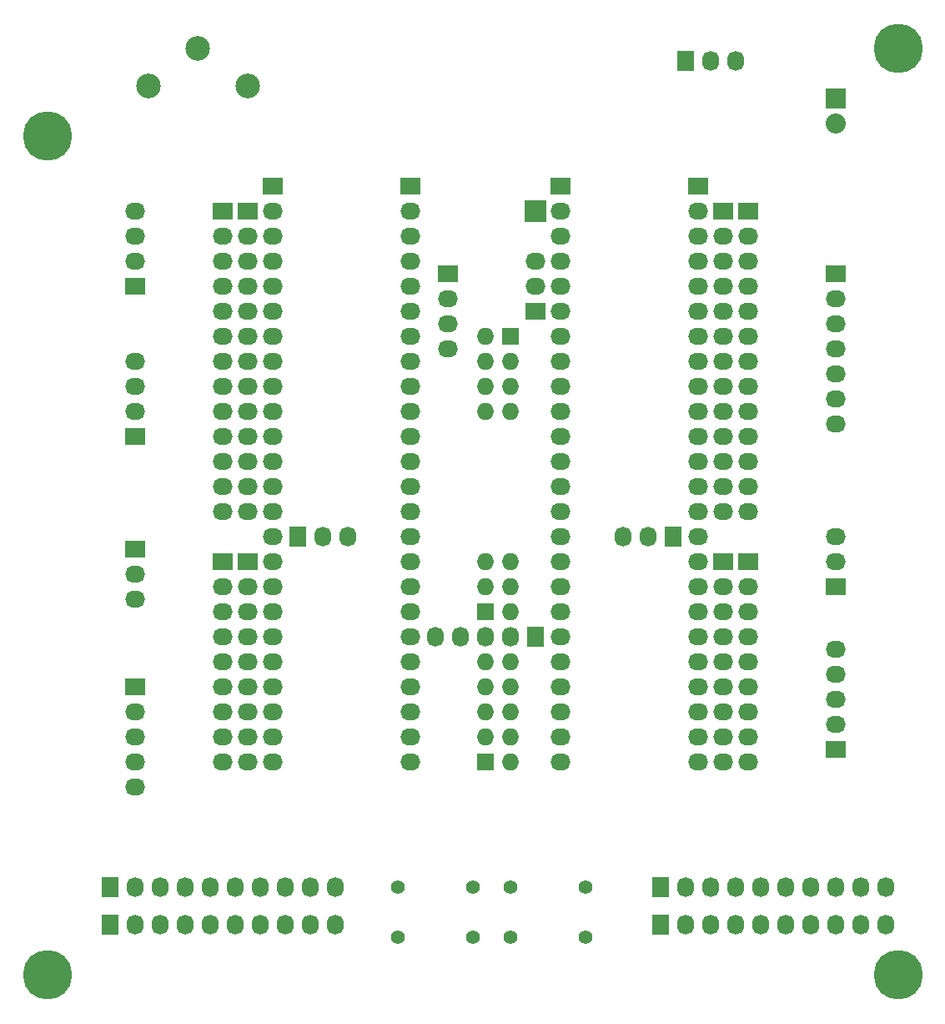
<source format=gbr>
G04 #@! TF.FileFunction,Soldermask,Top*
%FSLAX46Y46*%
G04 Gerber Fmt 4.6, Leading zero omitted, Abs format (unit mm)*
G04 Created by KiCad (PCBNEW 4.0.4-stable) date 11/21/16 07:18:24*
%MOMM*%
%LPD*%
G01*
G04 APERTURE LIST*
%ADD10C,0.100000*%
%ADD11C,2.499360*%
%ADD12R,2.032000X1.727200*%
%ADD13O,2.032000X1.727200*%
%ADD14R,1.727200X2.032000*%
%ADD15O,1.727200X2.032000*%
%ADD16R,1.727200X1.727200*%
%ADD17O,1.727200X1.727200*%
%ADD18R,2.235200X2.235200*%
%ADD19R,2.032000X2.032000*%
%ADD20O,2.032000X2.032000*%
%ADD21C,1.397000*%
%ADD22C,5.000000*%
G04 APERTURE END LIST*
D10*
D11*
X77627440Y-40640020D03*
X82628700Y-36840180D03*
X87629960Y-40640020D03*
D12*
X85090000Y-53340000D03*
D13*
X85090000Y-55880000D03*
X85090000Y-58420000D03*
X85090000Y-60960000D03*
X85090000Y-63500000D03*
X85090000Y-66040000D03*
X85090000Y-68580000D03*
X85090000Y-71120000D03*
X85090000Y-73660000D03*
X85090000Y-76200000D03*
X85090000Y-78740000D03*
X85090000Y-81280000D03*
X85090000Y-83820000D03*
D12*
X85090000Y-88900000D03*
D13*
X85090000Y-91440000D03*
X85090000Y-93980000D03*
X85090000Y-96520000D03*
X85090000Y-99060000D03*
X85090000Y-101600000D03*
X85090000Y-104140000D03*
X85090000Y-106680000D03*
X85090000Y-109220000D03*
D12*
X87630000Y-53340000D03*
D13*
X87630000Y-55880000D03*
X87630000Y-58420000D03*
X87630000Y-60960000D03*
X87630000Y-63500000D03*
X87630000Y-66040000D03*
X87630000Y-68580000D03*
X87630000Y-71120000D03*
X87630000Y-73660000D03*
X87630000Y-76200000D03*
X87630000Y-78740000D03*
X87630000Y-81280000D03*
X87630000Y-83820000D03*
D12*
X87630000Y-88900000D03*
D13*
X87630000Y-91440000D03*
X87630000Y-93980000D03*
X87630000Y-96520000D03*
X87630000Y-99060000D03*
X87630000Y-101600000D03*
X87630000Y-104140000D03*
X87630000Y-106680000D03*
X87630000Y-109220000D03*
D14*
X92710000Y-86360000D03*
D15*
X95250000Y-86360000D03*
X97790000Y-86360000D03*
D14*
X130810000Y-86360000D03*
D15*
X128270000Y-86360000D03*
X125730000Y-86360000D03*
D14*
X132080000Y-38100000D03*
D15*
X134620000Y-38100000D03*
X137160000Y-38100000D03*
D12*
X90170000Y-50800000D03*
D13*
X90170000Y-53340000D03*
X90170000Y-55880000D03*
X90170000Y-58420000D03*
X90170000Y-60960000D03*
X90170000Y-63500000D03*
X90170000Y-66040000D03*
X90170000Y-68580000D03*
X90170000Y-71120000D03*
X90170000Y-73660000D03*
X90170000Y-76200000D03*
X90170000Y-78740000D03*
X90170000Y-81280000D03*
X90170000Y-83820000D03*
X90170000Y-86360000D03*
X90170000Y-88900000D03*
X90170000Y-91440000D03*
X90170000Y-93980000D03*
X90170000Y-96520000D03*
X90170000Y-99060000D03*
X90170000Y-101600000D03*
X90170000Y-104140000D03*
X90170000Y-106680000D03*
X90170000Y-109220000D03*
D12*
X104140000Y-50800000D03*
D13*
X104140000Y-53340000D03*
X104140000Y-55880000D03*
X104140000Y-58420000D03*
X104140000Y-60960000D03*
X104140000Y-63500000D03*
X104140000Y-66040000D03*
X104140000Y-68580000D03*
X104140000Y-71120000D03*
X104140000Y-73660000D03*
X104140000Y-76200000D03*
X104140000Y-78740000D03*
X104140000Y-81280000D03*
X104140000Y-83820000D03*
X104140000Y-86360000D03*
X104140000Y-88900000D03*
X104140000Y-91440000D03*
X104140000Y-93980000D03*
X104140000Y-96520000D03*
X104140000Y-99060000D03*
X104140000Y-101600000D03*
X104140000Y-104140000D03*
X104140000Y-106680000D03*
X104140000Y-109220000D03*
D12*
X76200000Y-87630000D03*
D13*
X76200000Y-90170000D03*
X76200000Y-92710000D03*
D12*
X119380000Y-50800000D03*
D13*
X119380000Y-53340000D03*
X119380000Y-55880000D03*
X119380000Y-58420000D03*
X119380000Y-60960000D03*
X119380000Y-63500000D03*
X119380000Y-66040000D03*
X119380000Y-68580000D03*
X119380000Y-71120000D03*
X119380000Y-73660000D03*
X119380000Y-76200000D03*
X119380000Y-78740000D03*
X119380000Y-81280000D03*
X119380000Y-83820000D03*
X119380000Y-86360000D03*
X119380000Y-88900000D03*
X119380000Y-91440000D03*
X119380000Y-93980000D03*
X119380000Y-96520000D03*
X119380000Y-99060000D03*
X119380000Y-101600000D03*
X119380000Y-104140000D03*
X119380000Y-106680000D03*
X119380000Y-109220000D03*
D12*
X133350000Y-50800000D03*
D13*
X133350000Y-53340000D03*
X133350000Y-55880000D03*
X133350000Y-58420000D03*
X133350000Y-60960000D03*
X133350000Y-63500000D03*
X133350000Y-66040000D03*
X133350000Y-68580000D03*
X133350000Y-71120000D03*
X133350000Y-73660000D03*
X133350000Y-76200000D03*
X133350000Y-78740000D03*
X133350000Y-81280000D03*
X133350000Y-83820000D03*
X133350000Y-86360000D03*
X133350000Y-88900000D03*
X133350000Y-91440000D03*
X133350000Y-93980000D03*
X133350000Y-96520000D03*
X133350000Y-99060000D03*
X133350000Y-101600000D03*
X133350000Y-104140000D03*
X133350000Y-106680000D03*
X133350000Y-109220000D03*
D12*
X135890000Y-53340000D03*
D13*
X135890000Y-55880000D03*
X135890000Y-58420000D03*
X135890000Y-60960000D03*
X135890000Y-63500000D03*
X135890000Y-66040000D03*
X135890000Y-68580000D03*
X135890000Y-71120000D03*
X135890000Y-73660000D03*
X135890000Y-76200000D03*
X135890000Y-78740000D03*
X135890000Y-81280000D03*
X135890000Y-83820000D03*
D12*
X135890000Y-88900000D03*
D13*
X135890000Y-91440000D03*
X135890000Y-93980000D03*
X135890000Y-96520000D03*
X135890000Y-99060000D03*
X135890000Y-101600000D03*
X135890000Y-104140000D03*
X135890000Y-106680000D03*
X135890000Y-109220000D03*
D12*
X138430000Y-53340000D03*
D13*
X138430000Y-55880000D03*
X138430000Y-58420000D03*
X138430000Y-60960000D03*
X138430000Y-63500000D03*
X138430000Y-66040000D03*
X138430000Y-68580000D03*
X138430000Y-71120000D03*
X138430000Y-73660000D03*
X138430000Y-76200000D03*
X138430000Y-78740000D03*
X138430000Y-81280000D03*
X138430000Y-83820000D03*
D12*
X138430000Y-88900000D03*
D13*
X138430000Y-91440000D03*
X138430000Y-93980000D03*
X138430000Y-96520000D03*
X138430000Y-99060000D03*
X138430000Y-101600000D03*
X138430000Y-104140000D03*
X138430000Y-106680000D03*
X138430000Y-109220000D03*
D12*
X116840000Y-63500000D03*
D13*
X116840000Y-60960000D03*
X116840000Y-58420000D03*
D12*
X76200000Y-76200000D03*
D13*
X76200000Y-73660000D03*
X76200000Y-71120000D03*
X76200000Y-68580000D03*
D16*
X114300000Y-66040000D03*
D17*
X111760000Y-66040000D03*
X114300000Y-68580000D03*
X111760000Y-68580000D03*
X114300000Y-71120000D03*
X111760000Y-71120000D03*
X114300000Y-73660000D03*
X111760000Y-73660000D03*
D16*
X111760000Y-93980000D03*
D17*
X114300000Y-93980000D03*
X111760000Y-91440000D03*
X114300000Y-91440000D03*
X111760000Y-88900000D03*
X114300000Y-88900000D03*
D16*
X111760000Y-109220000D03*
D17*
X114300000Y-109220000D03*
X111760000Y-106680000D03*
X114300000Y-106680000D03*
X111760000Y-104140000D03*
X114300000Y-104140000D03*
X111760000Y-101600000D03*
X114300000Y-101600000D03*
X111760000Y-99060000D03*
X114300000Y-99060000D03*
D18*
X116840000Y-53340000D03*
D19*
X147320000Y-41910000D03*
D20*
X147320000Y-44450000D03*
D12*
X147320000Y-59690000D03*
D13*
X147320000Y-62230000D03*
X147320000Y-64770000D03*
X147320000Y-67310000D03*
X147320000Y-69850000D03*
X147320000Y-72390000D03*
X147320000Y-74930000D03*
D12*
X76200000Y-101600000D03*
D13*
X76200000Y-104140000D03*
X76200000Y-106680000D03*
X76200000Y-109220000D03*
X76200000Y-111760000D03*
D14*
X116840000Y-96520000D03*
D15*
X114300000Y-96520000D03*
X111760000Y-96520000D03*
X109220000Y-96520000D03*
X106680000Y-96520000D03*
D12*
X107950000Y-59690000D03*
D13*
X107950000Y-62230000D03*
X107950000Y-64770000D03*
X107950000Y-67310000D03*
D12*
X76200000Y-60960000D03*
D13*
X76200000Y-58420000D03*
X76200000Y-55880000D03*
X76200000Y-53340000D03*
D12*
X147320000Y-107950000D03*
D13*
X147320000Y-105410000D03*
X147320000Y-102870000D03*
X147320000Y-100330000D03*
X147320000Y-97790000D03*
D14*
X73660000Y-121920000D03*
D15*
X76200000Y-121920000D03*
X78740000Y-121920000D03*
X81280000Y-121920000D03*
X83820000Y-121920000D03*
X86360000Y-121920000D03*
X88900000Y-121920000D03*
X91440000Y-121920000D03*
X93980000Y-121920000D03*
X96520000Y-121920000D03*
D14*
X73660000Y-125730000D03*
D15*
X76200000Y-125730000D03*
X78740000Y-125730000D03*
X81280000Y-125730000D03*
X83820000Y-125730000D03*
X86360000Y-125730000D03*
X88900000Y-125730000D03*
X91440000Y-125730000D03*
X93980000Y-125730000D03*
X96520000Y-125730000D03*
D14*
X129540000Y-121920000D03*
D15*
X132080000Y-121920000D03*
X134620000Y-121920000D03*
X137160000Y-121920000D03*
X139700000Y-121920000D03*
X142240000Y-121920000D03*
X144780000Y-121920000D03*
X147320000Y-121920000D03*
X149860000Y-121920000D03*
X152400000Y-121920000D03*
D14*
X129540000Y-125730000D03*
D15*
X132080000Y-125730000D03*
X134620000Y-125730000D03*
X137160000Y-125730000D03*
X139700000Y-125730000D03*
X142240000Y-125730000D03*
X144780000Y-125730000D03*
X147320000Y-125730000D03*
X149860000Y-125730000D03*
X152400000Y-125730000D03*
D21*
X110490000Y-121920000D03*
X110490000Y-127000000D03*
X102870000Y-121920000D03*
X102870000Y-127000000D03*
X121920000Y-121920000D03*
X121920000Y-127000000D03*
X114300000Y-121920000D03*
X114300000Y-127000000D03*
D12*
X147320000Y-91440000D03*
D13*
X147320000Y-88900000D03*
X147320000Y-86360000D03*
D22*
X153670000Y-36830000D03*
X67310000Y-45720000D03*
X67310000Y-130810000D03*
X153670000Y-130810000D03*
M02*

</source>
